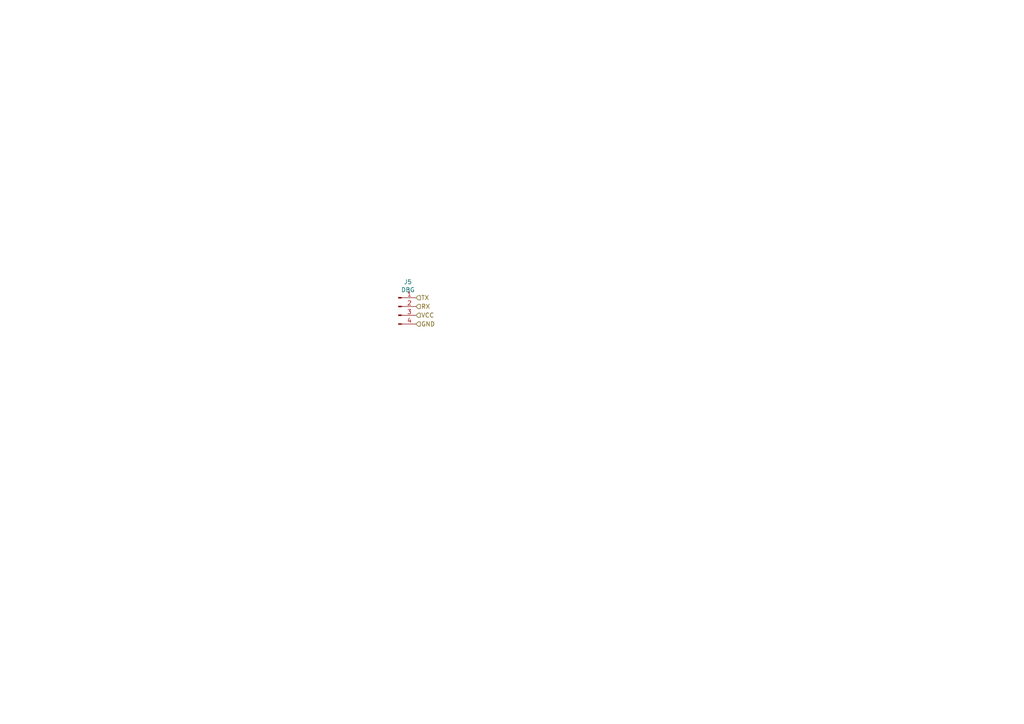
<source format=kicad_sch>
(kicad_sch (version 20231120) (generator "eeschema") (generator_version "8.0")
  (paper "A4")
  (lib_symbols
    (symbol "jantteri_left-rescue:Conn_01x04_Male-Connector" (pin_names (offset 1.016) hide)
      (property "Reference" "J" (at 0 5.08 0))
      (property "Value" "Connector_Conn_01x04_Male" (at 0 -7.62 0))
      (symbol "Conn_01x04_Male-Connector_1_1"
        (polyline (pts (xy 1.27 -5.08) (xy 0.8636 -5.08)) (stroke (width 0.1524)))
        (polyline (pts (xy 1.27 -2.54) (xy 0.8636 -2.54)) (stroke (width 0.1524)))
        (polyline (pts (xy 1.27 0) (xy 0.8636 0)) (stroke (width 0.1524)))
        (polyline (pts (xy 1.27 2.54) (xy 0.8636 2.54)) (stroke (width 0.1524)))
        (rectangle (start 0.8636 -4.953) (end 0 -5.207) (stroke (width 0.1524)) (fill (type outline)))
        (rectangle (start 0.8636 -2.413) (end 0 -2.667) (stroke (width 0.1524)) (fill (type outline)))
        (rectangle (start 0.8636 0.127) (end 0 -0.127) (stroke (width 0.1524)) (fill (type outline)))
        (rectangle (start 0.8636 2.667) (end 0 2.413) (stroke (width 0.1524)) (fill (type outline)))
        (pin passive line (at 5.08 2.54 180) (length 3.81) (name "Pin_1") (number "1"))
        (pin passive line (at 5.08 0 180) (length 3.81) (name "Pin_2") (number "2"))
        (pin passive line (at 5.08 -2.54 180) (length 3.81) (name "Pin_3") (number "3"))
        (pin passive line (at 5.08 -5.08 180) (length 3.81) (name "Pin_4") (number "4"))
      )
    )
  )
  (hierarchical_label "TX" (shape input) (at 120.65 86.36 0))
  (hierarchical_label "VCC" (shape input) (at 120.65 91.44 0))
  (hierarchical_label "RX" (shape input) (at 120.65 88.9 0))
  (hierarchical_label "GND" (shape input) (at 120.65 93.98 0))
  (symbol (lib_id "jantteri_left-rescue:Conn_01x04_Male-Connector") (at 115.57 88.9 0) (unit 1)
    (property "Reference" "J?" (at 118.3132 81.7626 0))
    (property "Value" "DBG" (at 118.3132 84.074 0))
    (property "Footprint" "Connector_JST2:JST_ZH_B4B-ZR_1x04_P1.50mm_Vertical" (effects (hide yes)))
    (instances (project "jantteri_left" (path "" (reference "J5") (unit 1)) (path "" (reference "J4") (unit 1))))
  )
)
</source>
